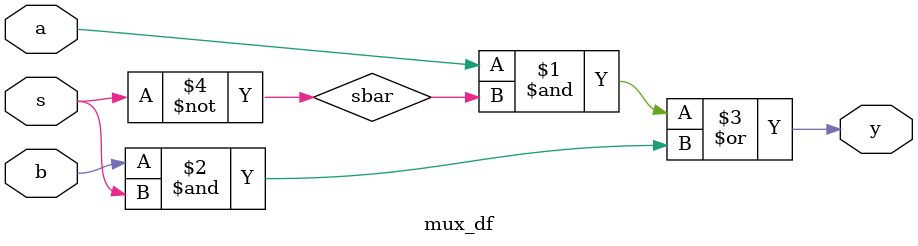
<source format=v>
module mux_df(a, b, s, y);
	input a,b,s;
	output y;
	wire sbar;
	assign y = ( a & sbar )|( b & s );
	assign sbar = ~s;
endmodule

</source>
